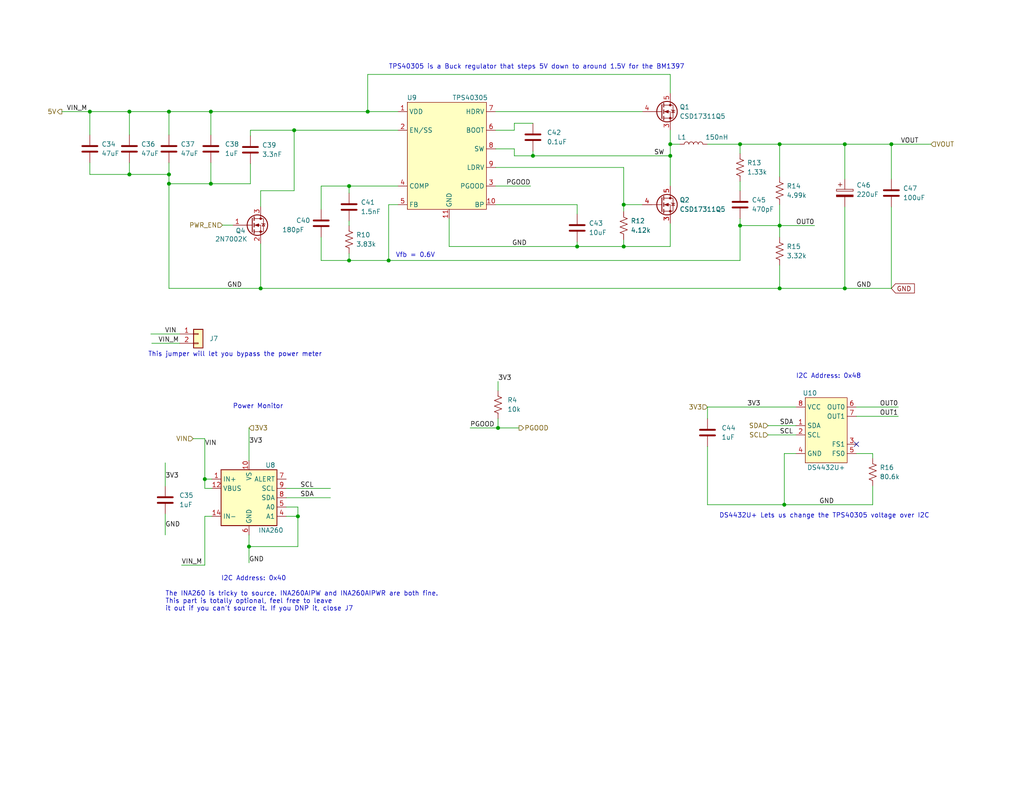
<source format=kicad_sch>
(kicad_sch (version 20230121) (generator eeschema)
  (paper "A")
  (title_block (title "BM1366 bitaxe") (date "2023-10-25") (rev "203"))
  (lib_symbols
    (symbol "Connector_Generic:Conn_01x02" (pin_names (offset 1.016) hide)
      (property "Reference" "J" (at 0 2.54 0))
      (property "Value" "Conn_01x02" (at 0 -5.08 0))
      (symbol "Conn_01x02_1_1"
        (rectangle (start -1.27 -2.413) (end 0 -2.667) (stroke (width 0.1524)))
        (rectangle (start -1.27 0.127) (end 0 -0.127) (stroke (width 0.1524)))
        (rectangle (start -1.27 1.27) (end 1.27 -3.81) (stroke (width 0.254)) (fill (type background)))
        (pin passive line (at -5.08 0 0) (length 3.81) (name "Pin_1") (number "1"))
        (pin passive line (at -5.08 -2.54 0) (length 3.81) (name "Pin_2") (number "2"))
      )
    )
    (symbol "Device:C" (pin_numbers hide) (pin_names (offset 0.254))
      (property "Reference" "C" (at 0.635 2.54 0))
      (property "Value" "C" (at 0.635 -2.54 0))
      (symbol "C_0_1"
        (polyline (pts (xy -2.032 -0.762) (xy 2.032 -0.762)) (stroke (width 0.508)))
        (polyline (pts (xy -2.032 0.762) (xy 2.032 0.762)) (stroke (width 0.508)))
      )
      (symbol "C_1_1"
        (pin passive line (at 0 3.81 270) (length 2.794) (name "~") (number "1"))
        (pin passive line (at 0 -3.81 90) (length 2.794) (name "~") (number "2"))
      )
    )
    (symbol "Device:C_Polarized" (pin_numbers hide) (pin_names (offset 0.254))
      (property "Reference" "C" (at 0.635 2.54 0))
      (property "Value" "C_Polarized" (at 0.635 -2.54 0))
      (symbol "C_Polarized_0_1"
        (rectangle (start -2.286 0.508) (end 2.286 1.016))
        (polyline (pts (xy -1.778 2.286) (xy -0.762 2.286)))
        (polyline (pts (xy -1.27 2.794) (xy -1.27 1.778)))
        (rectangle (start 2.286 -0.508) (end -2.286 -1.016) (fill (type outline)))
      )
      (symbol "C_Polarized_1_1"
        (pin passive line (at 0 3.81 270) (length 2.794) (name "~") (number "1"))
        (pin passive line (at 0 -3.81 90) (length 2.794) (name "~") (number "2"))
      )
    )
    (symbol "Device:L" (pin_numbers hide) (pin_names (offset 1.016) hide)
      (property "Reference" "L" (at -1.27 0 90))
      (property "Value" "L" (at 1.905 0 90))
      (symbol "L_0_1"
        (arc (start 0 -2.54) (mid 0.6323 -1.905) (end 0 -1.27))
        (arc (start 0 -1.27) (mid 0.6323 -0.635) (end 0 0))
        (arc (start 0 0) (mid 0.6323 0.635) (end 0 1.27))
        (arc (start 0 1.27) (mid 0.6323 1.905) (end 0 2.54))
      )
      (symbol "L_1_1"
        (pin passive line (at 0 3.81 270) (length 1.27) (name "1") (number "1"))
        (pin passive line (at 0 -3.81 90) (length 1.27) (name "2") (number "2"))
      )
    )
    (symbol "Device:R_US" (pin_numbers hide) (pin_names (offset 0))
      (property "Reference" "R" (at 2.54 0 90))
      (property "Value" "R_US" (at -2.54 0 90))
      (symbol "R_US_0_1"
        (polyline (pts (xy 0 -2.286) (xy 0 -2.54)))
        (polyline (pts (xy 0 2.286) (xy 0 2.54)))
        (polyline (pts (xy 0 -0.762) (xy 1.016 -1.143) (xy 0 -1.524) (xy -1.016 -1.905) (xy 0 -2.286)))
        (polyline (pts (xy 0 0.762) (xy 1.016 0.381) (xy 0 0) (xy -1.016 -0.381) (xy 0 -0.762)))
        (polyline (pts (xy 0 2.286) (xy 1.016 1.905) (xy 0 1.524) (xy -1.016 1.143) (xy 0 0.762)))
      )
      (symbol "R_US_1_1"
        (pin passive line (at 0 3.81 270) (length 1.27) (name "~") (number "1"))
        (pin passive line (at 0 -3.81 90) (length 1.27) (name "~") (number "2"))
      )
    )
    (symbol "Sensor:INA260"
      (property "Reference" "U" (at -6.35 8.89 0))
      (property "Value" "INA260" (at 2.54 8.89 0))
      (symbol "INA260_0_1"
        (rectangle (start -7.62 7.62) (end 7.62 -7.62) (stroke (width 0.254)) (fill (type background)))
      )
      (symbol "INA260_1_1"
        (pin passive line (at -10.16 5.08 0) (length 2.54) (name "IN+") (number "1"))
        (pin power_in line (at 0 10.16 270) (length 2.54) (name "VS") (number "10"))
        (pin passive line (at 0 -10.16 90) (length 2.54) hide (name "GND") (number "11"))
        (pin passive line (at -10.16 2.54 0) (length 2.54) (name "VBUS") (number "12"))
        (pin no_connect line (at 2.54 -7.62 90) (length 2.54) hide (name "NC") (number "13"))
        (pin passive line (at -10.16 -5.08 0) (length 2.54) (name "IN-") (number "14"))
        (pin passive line (at -10.16 -5.08 0) (length 2.54) hide (name "IN-") (number "15"))
        (pin passive line (at -10.16 -5.08 0) (length 2.54) hide (name "IN-") (number "16"))
        (pin passive line (at -10.16 5.08 0) (length 2.54) hide (name "IN+") (number "2"))
        (pin passive line (at -10.16 5.08 0) (length 2.54) hide (name "IN+") (number "3"))
        (pin input line (at 10.16 -5.08 180) (length 2.54) (name "A1") (number "4"))
        (pin input line (at 10.16 -2.54 180) (length 2.54) (name "A0") (number "5"))
        (pin power_in line (at 0 -10.16 90) (length 2.54) (name "GND") (number "6"))
        (pin open_collector line (at 10.16 5.08 180) (length 2.54) (name "ALERT") (number "7"))
        (pin bidirectional line (at 10.16 0 180) (length 2.54) (name "SDA") (number "8"))
        (pin input line (at 10.16 2.54 180) (length 2.54) (name "SCL") (number "9"))
      )
    )
    (symbol "Transistor_FET:2N7002K" (pin_names hide)
      (property "Reference" "Q" (at 5.08 1.905 0))
      (property "Value" "2N7002K" (at 5.08 0 0))
      (symbol "2N7002K_0_1"
        (polyline (pts (xy 0.254 0) (xy -2.54 0)))
        (polyline (pts (xy 0.254 1.905) (xy 0.254 -1.905)) (stroke (width 0.254)))
        (polyline (pts (xy 0.762 -1.27) (xy 0.762 -2.286)) (stroke (width 0.254)))
        (polyline (pts (xy 0.762 0.508) (xy 0.762 -0.508)) (stroke (width 0.254)))
        (polyline (pts (xy 0.762 2.286) (xy 0.762 1.27)) (stroke (width 0.254)))
        (polyline (pts (xy 2.54 2.54) (xy 2.54 1.778)))
        (polyline (pts (xy 2.54 -2.54) (xy 2.54 0) (xy 0.762 0)))
        (polyline (pts (xy 0.762 -1.778) (xy 3.302 -1.778) (xy 3.302 1.778) (xy 0.762 1.778)))
        (polyline (pts (xy 1.016 0) (xy 2.032 0.381) (xy 2.032 -0.381) (xy 1.016 0)) (fill (type outline)))
        (polyline (pts (xy 2.794 0.508) (xy 2.921 0.381) (xy 3.683 0.381) (xy 3.81 0.254)))
        (polyline (pts (xy 3.302 0.381) (xy 2.921 -0.254) (xy 3.683 -0.254) (xy 3.302 0.381)))
        (circle (center 1.651 0) (radius 2.794) (stroke (width 0.254)))
        (circle (center 2.54 -1.778) (radius 0.254) (fill (type outline)))
        (circle (center 2.54 1.778) (radius 0.254) (fill (type outline)))
      )
      (symbol "2N7002K_1_1"
        (pin input line (at -5.08 0 0) (length 2.54) (name "G") (number "1"))
        (pin passive line (at 2.54 -5.08 90) (length 2.54) (name "S") (number "2"))
        (pin passive line (at 2.54 5.08 270) (length 2.54) (name "D") (number "3"))
      )
    )
    (symbol "bitaxe:DS4432U+"
      (property "Reference" "U10" (at -5.08 10.16 0))
      (property "Value" "DS4432U+" (at -0.635 -10.16 0))
      (symbol "DS4432U+_0_1"
        (rectangle (start -6.35 8.89) (end 5.08 -8.89) (stroke (width 0.1524)) (fill (type background)))
      )
      (symbol "DS4432U+_1_1"
        (pin input line (at -8.89 1.27 0) (length 2.54) (name "SDA") (number "1"))
        (pin input line (at -8.89 -1.27 0) (length 2.54) (name "SCL") (number "2"))
        (pin input line (at 7.62 -3.81 180) (length 2.54) (name "FS1") (number "3"))
        (pin power_in line (at -8.89 -6.35 0) (length 2.54) (name "GND") (number "4"))
        (pin input line (at 7.62 -6.35 180) (length 2.54) (name "FS0") (number "5"))
        (pin output line (at 7.62 6.35 180) (length 2.54) (name "OUT0") (number "6"))
        (pin output line (at 7.62 3.81 180) (length 2.54) (name "OUT1") (number "7"))
        (pin power_in line (at -8.89 6.35 0) (length 2.54) (name "VCC") (number "8"))
      )
    )
    (symbol "bitaxe:Q_NMOS_CSD17311Q5_1" (pin_names (offset 0) hide)
      (property "Reference" "Q1" (at 5.08 1.27 0))
      (property "Value" "CSD17311Q5" (at 5.08 -1.27 0))
      (symbol "Q_NMOS_CSD17311Q5_1_0_1"
        (polyline (pts (xy 0.254 0) (xy -2.54 0)))
        (polyline (pts (xy 0.254 1.905) (xy 0.254 -1.905)) (stroke (width 0.254)))
        (polyline (pts (xy 0.762 -1.27) (xy 0.762 -2.286)) (stroke (width 0.254)))
        (polyline (pts (xy 0.762 0.508) (xy 0.762 -0.508)) (stroke (width 0.254)))
        (polyline (pts (xy 0.762 2.286) (xy 0.762 1.27)) (stroke (width 0.254)))
        (polyline (pts (xy 2.54 2.54) (xy 2.54 1.778)))
        (polyline (pts (xy 2.54 -2.54) (xy 2.54 0) (xy 0.762 0)))
        (polyline (pts (xy 0.762 -1.778) (xy 3.302 -1.778) (xy 3.302 1.778) (xy 0.762 1.778)))
        (polyline (pts (xy 1.016 0) (xy 2.032 0.381) (xy 2.032 -0.381) (xy 1.016 0)) (fill (type outline)))
        (polyline (pts (xy 2.794 0.508) (xy 2.921 0.381) (xy 3.683 0.381) (xy 3.81 0.254)))
        (polyline (pts (xy 3.302 0.381) (xy 2.921 -0.254) (xy 3.683 -0.254) (xy 3.302 0.381)))
        (circle (center 1.651 0) (radius 2.794) (stroke (width 0.254)))
        (circle (center 2.54 -1.778) (radius 0.254) (fill (type outline)))
        (circle (center 2.54 1.778) (radius 0.254) (fill (type outline)))
      )
      (symbol "Q_NMOS_CSD17311Q5_1_1_1"
        (pin passive line (at 2.54 -5.08 90) (length 2.54) hide (name "") (number "1"))
        (pin passive line (at 2.54 -5.08 90) (length 2.54) hide (name "") (number "2"))
        (pin passive line (at 2.54 -5.08 90) (length 2.54) (name "S") (number "3"))
        (pin input line (at -5.08 0 0) (length 2.54) (name "G") (number "4"))
        (pin passive line (at 2.54 5.08 270) (length 2.54) (name "D") (number "5"))
      )
    )
    (symbol "bitaxe:TPS40305"
      (property "Reference" "U9" (at -10.16 16.51 0))
      (property "Value" "TPS40305" (at 5.715 16.51 0))
      (symbol "TPS40305_0_1"
        (rectangle (start -11.43 15.24) (end 10.16 -13.97) (stroke (width 0.1524)) (fill (type background)))
      )
      (symbol "TPS40305_1_1"
        (pin input line (at -13.97 12.7 0) (length 2.54) (name "VDD") (number "1"))
        (pin input line (at 12.7 -12.7 180) (length 2.54) (name "BP") (number "10"))
        (pin input line (at 0 -16.51 90) (length 2.54) (name "GND") (number "11"))
        (pin input line (at -13.97 7.62 0) (length 2.54) (name "EN/SS") (number "2"))
        (pin input line (at 12.7 -7.62 180) (length 2.54) (name "PGOOD") (number "3"))
        (pin input line (at -13.97 -7.62 0) (length 2.54) (name "COMP") (number "4"))
        (pin input line (at -13.97 -12.7 0) (length 2.54) (name "FB") (number "5"))
        (pin input line (at 12.7 7.62 180) (length 2.54) (name "BOOT") (number "6"))
        (pin input line (at 12.7 12.7 180) (length 2.54) (name "HDRV") (number "7"))
        (pin input line (at 12.7 2.54 180) (length 2.54) (name "SW") (number "8"))
        (pin input line (at 12.7 -2.54 180) (length 2.54) (name "LDRV") (number "9"))
      )
    )
  )
  (junction (at 135.89 116.84))
  (junction (at 46.101 50.165))
  (junction (at 201.93 61.595))
  (junction (at 46.101 47.625))
  (junction (at 213.995 137.795))
  (junction (at 24.511 30.48))
  (junction (at 145.415 42.545))
  (junction (at 182.88 42.545))
  (junction (at 212.725 78.74))
  (junction (at 95.25 50.8))
  (junction (at 182.88 39.37))
  (junction (at 170.18 55.88))
  (junction (at 230.505 78.74))
  (junction (at 212.725 39.37))
  (junction (at 35.306 47.625))
  (junction (at 57.531 30.48))
  (junction (at 100.33 30.48))
  (junction (at 106.045 71.12))
  (junction (at 67.945 149.225))
  (junction (at 35.306 30.48))
  (junction (at 230.505 39.37))
  (junction (at 212.725 61.595))
  (junction (at 81.28 140.97))
  (junction (at 157.48 67.31))
  (junction (at 46.101 30.48))
  (junction (at 57.531 50.165))
  (junction (at 243.205 39.37))
  (junction (at 80.264 35.56))
  (junction (at 55.88 130.81))
  (junction (at 201.93 39.37))
  (junction (at 95.25 71.12))
  (junction (at 71.12 78.74))
  (junction (at 170.18 67.31))
  (no_connect (at 233.68 121.285))
  (wire (pts (xy 243.205 39.37) (xy 230.505 39.37)))
  (wire (pts (xy 193.04 111.125) (xy 217.17 111.125)))
  (wire (pts (xy 60.706 61.468) (xy 63.5 61.468)))
  (wire (pts (xy 157.48 66.04) (xy 157.48 67.31)))
  (wire (pts (xy 24.511 30.48) (xy 35.306 30.48)))
  (wire (pts (xy 108.585 50.8) (xy 95.25 50.8)))
  (wire (pts (xy 182.88 35.56) (xy 182.88 39.37)))
  (wire (pts (xy 243.205 48.895) (xy 243.205 39.37)))
  (wire (pts (xy 170.18 55.88) (xy 175.26 55.88)))
  (wire (pts (xy 157.48 55.88) (xy 157.48 58.42)))
  (wire (pts (xy 67.945 116.84) (xy 67.945 125.73)))
  (wire (pts (xy 95.25 60.325) (xy 95.25 61.595)))
  (wire (pts (xy 57.531 44.45) (xy 57.531 50.165)))
  (wire (pts (xy 212.725 55.88) (xy 212.725 61.595)))
  (wire (pts (xy 170.18 45.72) (xy 170.18 55.88)))
  (wire (pts (xy 55.88 130.81) (xy 55.88 119.761)))
  (wire (pts (xy 35.306 44.45) (xy 35.306 47.625)))
  (wire (pts (xy 170.18 67.31) (xy 170.18 65.405)))
  (wire (pts (xy 233.68 113.665) (xy 245.11 113.665)))
  (wire (pts (xy 68.326 44.704) (xy 68.326 50.165)))
  (wire (pts (xy 182.88 20.32) (xy 100.33 20.32)))
  (wire (pts (xy 193.04 114.3) (xy 193.04 111.125)))
  (wire (pts (xy 201.93 39.37) (xy 201.93 41.91)))
  (wire (pts (xy 57.785 133.35) (xy 55.88 133.35)))
  (wire (pts (xy 35.306 47.625) (xy 46.101 47.625)))
  (wire (pts (xy 243.205 39.37) (xy 254 39.37)))
  (wire (pts (xy 55.88 140.97) (xy 55.88 154.305)))
  (wire (pts (xy 80.264 35.56) (xy 68.326 35.56)))
  (wire (pts (xy 128.27 116.84) (xy 135.89 116.84)))
  (wire (pts (xy 87.63 71.12) (xy 87.63 64.77)))
  (wire (pts (xy 87.63 50.8) (xy 87.63 57.15)))
  (wire (pts (xy 49.53 154.305) (xy 55.88 154.305)))
  (wire (pts (xy 209.55 116.205) (xy 217.17 116.205)))
  (wire (pts (xy 46.101 50.165) (xy 57.531 50.165)))
  (wire (pts (xy 78.105 138.43) (xy 81.28 138.43)))
  (wire (pts (xy 122.555 67.31) (xy 157.48 67.31)))
  (wire (pts (xy 81.28 149.225) (xy 67.945 149.225)))
  (wire (pts (xy 80.264 52.07) (xy 80.264 35.56)))
  (wire (pts (xy 213.995 123.825) (xy 217.17 123.825)))
  (wire (pts (xy 46.101 78.74) (xy 71.12 78.74)))
  (wire (pts (xy 201.93 49.53) (xy 201.93 52.07)))
  (wire (pts (xy 57.785 130.81) (xy 55.88 130.81)))
  (wire (pts (xy 57.531 30.48) (xy 57.531 36.83)))
  (wire (pts (xy 95.25 69.215) (xy 95.25 71.12)))
  (wire (pts (xy 212.725 72.39) (xy 212.725 78.74)))
  (wire (pts (xy 41.402 93.726) (xy 49.022 93.726)))
  (wire (pts (xy 157.48 67.31) (xy 170.18 67.31)))
  (wire (pts (xy 238.125 132.715) (xy 238.125 137.795)))
  (wire (pts (xy 230.505 39.37) (xy 230.505 48.895)))
  (wire (pts (xy 212.725 61.595) (xy 212.725 64.77)))
  (wire (pts (xy 140.335 40.64) (xy 140.335 42.545)))
  (wire (pts (xy 71.12 52.07) (xy 80.264 52.07)))
  (wire (pts (xy 182.88 60.96) (xy 182.88 67.31)))
  (wire (pts (xy 81.28 138.43) (xy 81.28 140.97)))
  (wire (pts (xy 135.255 45.72) (xy 170.18 45.72)))
  (wire (pts (xy 135.255 40.64) (xy 140.335 40.64)))
  (wire (pts (xy 24.511 47.625) (xy 35.306 47.625)))
  (wire (pts (xy 233.68 111.125) (xy 245.11 111.125)))
  (wire (pts (xy 24.511 36.83) (xy 24.511 30.48)))
  (wire (pts (xy 230.505 56.515) (xy 230.505 78.74)))
  (wire (pts (xy 46.101 30.48) (xy 46.101 36.83)))
  (wire (pts (xy 35.306 30.48) (xy 46.101 30.48)))
  (wire (pts (xy 213.995 137.795) (xy 213.995 123.825)))
  (wire (pts (xy 45.085 140.335) (xy 45.085 146.05)))
  (wire (pts (xy 140.335 42.545) (xy 145.415 42.545)))
  (wire (pts (xy 230.505 39.37) (xy 212.725 39.37)))
  (wire (pts (xy 100.33 20.32) (xy 100.33 30.48)))
  (wire (pts (xy 182.88 67.31) (xy 170.18 67.31)))
  (wire (pts (xy 67.945 149.225) (xy 67.945 153.67)))
  (wire (pts (xy 233.68 123.825) (xy 238.125 123.825)))
  (wire (pts (xy 135.89 116.84) (xy 141.605 116.84)))
  (wire (pts (xy 170.18 55.88) (xy 170.18 57.785)))
  (wire (pts (xy 182.88 42.545) (xy 182.88 50.8)))
  (wire (pts (xy 95.25 71.12) (xy 87.63 71.12)))
  (wire (pts (xy 46.101 30.48) (xy 57.531 30.48)))
  (wire (pts (xy 230.505 78.74) (xy 243.205 78.74)))
  (wire (pts (xy 193.04 137.795) (xy 213.995 137.795)))
  (wire (pts (xy 78.105 140.97) (xy 81.28 140.97)))
  (wire (pts (xy 67.945 146.05) (xy 67.945 149.225)))
  (wire (pts (xy 135.255 50.8) (xy 144.78 50.8)))
  (wire (pts (xy 106.045 71.12) (xy 95.25 71.12)))
  (wire (pts (xy 35.306 30.48) (xy 35.306 36.83)))
  (wire (pts (xy 135.89 114.3) (xy 135.89 116.84)))
  (wire (pts (xy 71.12 66.548) (xy 71.12 78.74)))
  (wire (pts (xy 46.101 47.625) (xy 46.101 50.165)))
  (wire (pts (xy 145.415 42.545) (xy 182.88 42.545)))
  (wire (pts (xy 182.88 25.4) (xy 182.88 20.32)))
  (wire (pts (xy 46.101 50.165) (xy 46.101 78.74)))
  (wire (pts (xy 24.511 44.45) (xy 24.511 47.625)))
  (wire (pts (xy 46.101 44.45) (xy 46.101 47.625)))
  (wire (pts (xy 122.555 59.69) (xy 122.555 67.31)))
  (wire (pts (xy 212.725 61.595) (xy 222.25 61.595)))
  (wire (pts (xy 212.725 78.74) (xy 230.505 78.74)))
  (wire (pts (xy 193.04 39.37) (xy 201.93 39.37)))
  (wire (pts (xy 209.55 118.745) (xy 217.17 118.745)))
  (wire (pts (xy 108.585 55.88) (xy 106.045 55.88)))
  (wire (pts (xy 108.585 35.56) (xy 80.264 35.56)))
  (wire (pts (xy 57.785 140.97) (xy 55.88 140.97)))
  (wire (pts (xy 201.93 39.37) (xy 212.725 39.37)))
  (wire (pts (xy 135.255 55.88) (xy 157.48 55.88)))
  (wire (pts (xy 140.335 35.56) (xy 140.335 33.655)))
  (wire (pts (xy 201.93 59.69) (xy 201.93 61.595)))
  (wire (pts (xy 41.148 91.186) (xy 49.022 91.186)))
  (wire (pts (xy 243.205 56.515) (xy 243.205 78.74)))
  (wire (pts (xy 201.93 71.12) (xy 106.045 71.12)))
  (wire (pts (xy 71.12 52.07) (xy 71.12 56.388)))
  (wire (pts (xy 95.25 50.8) (xy 87.63 50.8)))
  (wire (pts (xy 57.531 30.48) (xy 100.33 30.48)))
  (wire (pts (xy 140.335 33.655) (xy 145.415 33.655)))
  (wire (pts (xy 145.415 41.275) (xy 145.415 42.545)))
  (wire (pts (xy 45.085 126.365) (xy 45.085 132.715)))
  (wire (pts (xy 135.255 30.48) (xy 175.26 30.48)))
  (wire (pts (xy 55.88 133.35) (xy 55.88 130.81)))
  (wire (pts (xy 100.33 30.48) (xy 108.585 30.48)))
  (wire (pts (xy 68.326 35.56) (xy 68.326 37.084)))
  (wire (pts (xy 212.725 39.37) (xy 212.725 48.26)))
  (wire (pts (xy 182.88 39.37) (xy 185.42 39.37)))
  (wire (pts (xy 135.89 104.14) (xy 135.89 106.68)))
  (wire (pts (xy 238.125 123.825) (xy 238.125 125.095)))
  (wire (pts (xy 201.93 61.595) (xy 201.93 71.12)))
  (wire (pts (xy 135.255 35.56) (xy 140.335 35.56)))
  (wire (pts (xy 78.105 133.35) (xy 90.17 133.35)))
  (wire (pts (xy 81.28 140.97) (xy 81.28 149.225)))
  (wire (pts (xy 106.045 55.88) (xy 106.045 71.12)))
  (wire (pts (xy 182.88 39.37) (xy 182.88 42.545)))
  (wire (pts (xy 238.125 137.795) (xy 213.995 137.795)))
  (wire (pts (xy 193.04 121.92) (xy 193.04 137.795)))
  (wire (pts (xy 52.705 119.761) (xy 55.88 119.761)))
  (wire (pts (xy 16.891 30.48) (xy 24.511 30.48)))
  (wire (pts (xy 78.105 135.89) (xy 90.17 135.89)))
  (wire (pts (xy 57.531 50.165) (xy 68.326 50.165)))
  (wire (pts (xy 201.93 61.595) (xy 212.725 61.595)))
  (wire (pts (xy 71.12 78.74) (xy 212.725 78.74)))
  (wire (pts (xy 95.25 50.8) (xy 95.25 52.705)))
  (text "DS4432U+ Lets us change the TPS40305 voltage over I2C" (at 196.215 141.605 0) (effects (font (size 1.27 1.27)) (justify left bottom)))
  (text "I2C Address: 0x48" (at 217.17 103.505 0) (effects (font (size 1.27 1.27)) (justify left bottom)))
  (text "The INA260 is tricky to source. INA260AIPW and INA260AIPWR are both fine.\nThis part is totally optional, feel free to leave \nit out if you can't source it. If you DNP it, close J7" (at 45.085 167.005 0) (effects (font (size 1.27 1.27)) (justify left bottom)))
  (text "Power Monitor" (at 63.5 111.76 0) (effects (font (size 1.27 1.27)) (justify left bottom)))
  (text "TPS40305 is a Buck regulator that steps 5V down to around 1.5V for the BM1397" (at 106.045 19.05 0) (effects (font (size 1.27 1.27)) (justify left bottom)))
  (text "I2C Address: 0x40" (at 60.325 158.75 0) (effects (font (size 1.27 1.27)) (justify left bottom)))
  (text "Vfb = 0.6V" (at 107.95 70.485 0) (effects (font (size 1.27 1.27)) (justify left bottom)))
  (text "This jumper will let you bypass the power meter" (at 40.386 97.536 0) (effects (font (size 1.27 1.27)) (justify left bottom)))
  (label "3V3" (at 203.835 111.125 0))
  (label "SDA" (at 212.725 116.205 0))
  (label "VIN_M" (at 18.161 30.48 0))
  (label "GND" (at 233.68 78.74 0))
  (label "VIN_M" (at 49.53 154.305 0))
  (label "GND" (at 61.976 78.74 0))
  (label "VIN" (at 44.958 91.186 0))
  (label "GND" (at 67.945 153.67 0))
  (label "3V3" (at 67.945 121.285 0))
  (label "PGOOD" (at 144.78 50.8 180))
  (label "GND" (at 45.085 144.145 0))
  (label "SCL" (at 81.915 133.35 0))
  (label "VOUT" (at 245.745 39.37 0))
  (label "3V3" (at 45.085 130.81 0))
  (label "OUT1" (at 240.03 113.665 0))
  (label "SCL" (at 212.725 118.745 0))
  (label "SDA" (at 81.915 135.89 0))
  (label "OUT0" (at 217.17 61.595 0))
  (label "OUT0" (at 240.03 111.125 0))
  (label "GND" (at 223.52 137.795 0))
  (label "VIN_M" (at 43.18 93.726 0))
  (label "3V3" (at 135.89 104.14 0))
  (label "PGOOD" (at 128.27 116.84 0))
  (label "SW" (at 178.435 42.545 0))
  (label "GND" (at 139.7 67.31 0))
  (label "VIN" (at 55.88 121.92 0))
  (global_label "GND" (shape input) (at 243.205 78.74 0) (property "Intersheetrefs" "${INTERSHEET_REFS}" (effects hide)))
  (hierarchical_label "SDA" (shape input) (at 209.55 116.205 180))
  (hierarchical_label "5V" (shape output) (at 16.891 30.48 180))
  (hierarchical_label "SCL" (shape input) (at 209.55 118.745 180))
  (hierarchical_label "3V3" (shape input) (at 67.945 116.84 0))
  (hierarchical_label "VOUT" (shape input) (at 254 39.37 0))
  (hierarchical_label "VIN" (shape input) (at 52.705 119.761 180))
  (hierarchical_label "PWR_EN" (shape input) (at 60.706 61.468 180))
  (hierarchical_label "3V3" (shape input) (at 193.04 111.125 180))
  (hierarchical_label "PGOOD" (shape output) (at 141.605 116.84 0))
  (symbol (lib_id "Device:C") (at 157.48 62.23 0) (unit 1)
    (property "Reference" "C43" (at 160.655 60.9599 0) (effects (justify left)))
    (property "Value" "10uF" (at 160.655 63.4999 0) (effects (justify left)))
    (property "Footprint" "Capacitor_SMD:C_0805_2012Metric" (effects hide))
    (property "DK" "1276-1096-1-ND" (effects hide))
    (property "PARTNO" "CL21A106KOQNNNE" (effects hide))
  )
  (symbol (lib_id "Device:R_US") (at 212.725 52.07 0) (unit 1)
    (property "Reference" "R14" (at 214.63 50.7999 0) (effects (justify left)))
    (property "Value" "4.99k" (at 214.63 53.3399 0) (effects (justify left)))
    (property "Footprint" "Resistor_SMD:R_0402_1005Metric" (effects hide))
    (property "DK" "311-4.99KLRCT-ND" (effects hide))
    (property "PARTNO" "RC0402FR-074K99L" (effects hide))
  )
  (symbol (lib_id "Device:C") (at 46.101 40.64 0) (unit 1)
    (property "Reference" "C37" (at 49.276 39.3699 0) (effects (justify left)))
    (property "Value" "47uF" (at 49.276 41.9099 0) (effects (justify left)))
    (property "Footprint" "Capacitor_SMD:C_1210_3225Metric" (effects hide))
    (property "DK" "490-6539-1-ND" (effects hide))
    (property "PARTNO" "GRM32ER61C476KE15L" (effects hide))
  )
  (symbol (lib_id "Device:C_Polarized") (at 230.505 52.705 0) (unit 1)
    (property "Reference" "C46" (at 233.68 50.5459 0) (effects (justify left)))
    (property "Value" "220uF" (at 233.68 53.0859 0) (effects (justify left)))
    (property "Footprint" "bitaxe:CAP_2R5TPE220MAFB" (effects hide))
    (property "PARTNO" "2R5TPE220MAFB" (effects hide))
    (property "DK" "P16200CT-ND" (effects hide))
  )
  (symbol (lib_id "bitaxe:TPS40305") (at 122.555 43.18 0) (unit 1)
    (property "Reference" "U9" (at 112.395 26.67 0))
    (property "Value" "TPS40305" (at 128.27 26.67 0))
    (property "Footprint" "TPS40305_supply:TPS40305" (effects hide))
    (property "Datasheet" "https://www.ti.com/lit/ds/symlink/tps40303.pdf" (effects hide))
    (property "DK" "296-37445-1-ND" (effects hide))
    (property "PARTNO" "TPS40305DRCR" (effects hide))
  )
  (symbol (lib_id "Sensor:INA260") (at 67.945 135.89 0) (unit 1)
    (property "Reference" "U8" (at 72.39 127 0) (effects (justify left)))
    (property "Value" "INA260" (at 70.485 144.78 0) (effects (justify left)))
    (property "Footprint" "Package_SO:TSSOP-16_4.4x5mm_P0.65mm" (effects hide))
    (property "Datasheet" "http://www.ti.com/lit/ds/symlink/ina260.pdf" (effects hide))
    (property "PARTNO" "INA260AIPW" (effects hide))
    (property "DK" "296-45218-5-ND" (effects hide))
  )
  (symbol (lib_id "Device:C") (at 24.511 40.64 0) (unit 1)
    (property "Reference" "C34" (at 27.686 39.3699 0) (effects (justify left)))
    (property "Value" "47uF" (at 27.686 41.9099 0) (effects (justify left)))
    (property "Footprint" "Capacitor_SMD:C_1210_3225Metric" (effects hide))
    (property "DK" "490-6539-1-ND" (effects hide))
    (property "PARTNO" "GRM32ER61C476KE15L" (effects hide))
  )
  (symbol (lib_id "bitaxe:Q_NMOS_CSD17311Q5_1") (at 180.34 55.88 0) (unit 1)
    (property "Reference" "Q2" (at 185.42 54.61 0) (effects (justify left)))
    (property "Value" "CSD17311Q5" (at 185.42 57.15 0) (effects (justify left)))
    (property "Footprint" "TPS40305_supply:CSD17311Q5" (effects hide))
    (property "Datasheet" "https://www.ti.com/lit/ds/symlink/csd17311q5.pdf" (effects hide))
    (property "DK" "296-27625-1-ND" (effects hide))
    (property "PARTNO" "CSD17311Q5" (effects hide))
  )
  (symbol (lib_id "Device:C") (at 68.326 40.894 0) (unit 1)
    (property "Reference" "C39" (at 71.501 39.6239 0) (effects (justify left)))
    (property "Value" "3.3nF" (at 71.501 42.1639 0) (effects (justify left)))
    (property "Footprint" "Capacitor_SMD:C_0402_1005Metric" (effects hide))
    (property "DK" "1276-1552-1-ND" (effects hide))
    (property "PARTNO" "CL05B332KB5NNNC" (effects hide))
  )
  (symbol (lib_id "Device:C") (at 35.306 40.64 0) (unit 1)
    (property "Reference" "C36" (at 38.481 39.3699 0) (effects (justify left)))
    (property "Value" "47uF" (at 38.481 41.9099 0) (effects (justify left)))
    (property "Footprint" "Capacitor_SMD:C_1210_3225Metric" (effects hide))
    (property "DK" "490-6539-1-ND" (effects hide))
    (property "PARTNO" "GRM32ER61C476KE15L" (effects hide))
  )
  (symbol (lib_id "Device:C") (at 57.531 40.64 0) (unit 1)
    (property "Reference" "C38" (at 61.341 39.3699 0) (effects (justify left)))
    (property "Value" "1uF" (at 61.341 41.9099 0) (effects (justify left)))
    (property "Footprint" "Capacitor_SMD:C_0805_2012Metric" (effects hide))
    (property "DK" "1276-6471-1-ND" (effects hide))
    (property "PARTNO" "CL21B105KOFNNNG" (effects hide))
  )
  (symbol (lib_id "bitaxe:DS4432U+") (at 226.06 117.475 0) (unit 1)
    (property "Reference" "U10" (at 220.98 107.315 0))
    (property "Value" "DS4432U+" (at 225.425 127.635 0))
    (property "Footprint" "Package_SO:TSSOP-8_3x3mm_P0.65mm" (effects hide))
    (property "Datasheet" "https://datasheets.maximintegrated.com/en/ds/DS4432.pdf" (effects hide))
    (property "DK" "DS4432U+-ND" (effects hide))
    (property "PARTNO" "DS4432U+" (effects hide))
  )
  (symbol (lib_id "Device:C") (at 243.205 52.705 0) (unit 1)
    (property "Reference" "C47" (at 246.38 51.4349 0) (effects (justify left)))
    (property "Value" "100uF" (at 246.38 53.9749 0) (effects (justify left)))
    (property "Footprint" "Capacitor_SMD:C_1206_3216Metric" (effects hide))
    (property "PARTNO" "C3216X5R0J107M160AB" (effects hide))
    (property "DK" "445-6008-1-ND" (effects hide))
  )
  (symbol (lib_id "Device:C") (at 95.25 56.515 0) (unit 1)
    (property "Reference" "C41" (at 98.425 55.2449 0) (effects (justify left)))
    (property "Value" "1.5nF" (at 98.425 57.7849 0) (effects (justify left)))
    (property "Footprint" "Capacitor_SMD:C_0805_2012Metric" (effects hide))
    (property "DK" "311-1128-1-ND" (effects hide))
    (property "PARTNO" "CC0805KRX7R9BB152" (effects hide))
  )
  (symbol (lib_id "Device:R_US") (at 212.725 68.58 0) (unit 1)
    (property "Reference" "R15" (at 214.63 67.3099 0) (effects (justify left)))
    (property "Value" "3.32k" (at 214.63 69.8499 0) (effects (justify left)))
    (property "Footprint" "Resistor_SMD:R_0402_1005Metric" (effects hide))
    (property "DK" "311-3.32KLRCT-ND" (effects hide))
    (property "PARTNO" "RC0402FR-073K32L" (effects hide))
  )
  (symbol (lib_id "Device:C") (at 145.415 37.465 0) (unit 1)
    (property "Reference" "C42" (at 149.225 36.1949 0) (effects (justify left)))
    (property "Value" "0.1uF" (at 149.225 38.7349 0) (effects (justify left)))
    (property "Footprint" "Capacitor_SMD:C_0402_1005Metric" (effects hide))
    (property "DK" "1292-1639-1-ND" (effects hide))
    (property "PARTNO" "0402X104K100CT" (effects hide))
  )
  (symbol (lib_id "Transistor_FET:2N7002K") (at 68.58 61.468 0) (unit 1)
    (property "Reference" "Q4" (at 64.262 62.992 0) (effects (justify left)))
    (property "Value" "2N7002K" (at 58.674 65.278 0) (effects (justify left)))
    (property "Footprint" "Package_TO_SOT_SMD:SOT-23" (effects hide))
    (property "Datasheet" "https://www.diodes.com/assets/Datasheets/ds30896.pdf" (effects hide))
    (property "DK" "2N7002KWCT-ND" (effects hide))
    (property "PARTNO" "2N7002KW" (effects hide))
  )
  (symbol (lib_id "Connector_Generic:Conn_01x02") (at 54.102 91.186 0) (unit 1) (in_bom no)
    (property "Reference" "J7" (at 57.15 92.4559 0) (effects (justify left)))
    (property "Value" "Conn_01x02" (effects hide))
    (property "Footprint" "Connector_PinHeader_2.54mm:PinHeader_1x02_P2.54mm_Vertical" (effects hide))
  )
  (symbol (lib_id "Device:R_US") (at 238.125 128.905 0) (unit 1)
    (property "Reference" "R16" (at 240.03 127.635 0) (effects (justify left)))
    (property "Value" "80.6k" (at 240.03 130.175 0) (effects (justify left)))
    (property "Footprint" "Resistor_SMD:R_0402_1005Metric" (effects hide))
    (property "DK" "311-80.6KLRCT-ND" (effects hide))
    (property "PARTNO" "RC0402FR-0780K6L" (effects hide))
  )
  (symbol (lib_id "Device:C") (at 193.04 118.11 0) (unit 1)
    (property "Reference" "C44" (at 196.85 116.8399 0) (effects (justify left)))
    (property "Value" "1uF" (at 196.85 119.3799 0) (effects (justify left)))
    (property "Footprint" "Capacitor_SMD:C_0402_1005Metric" (effects hide))
    (property "DK" "587-5514-1-ND" (effects hide))
    (property "PARTNO" "EMK105BJ105MV-F" (effects hide))
  )
  (symbol (lib_id "Device:R_US") (at 201.93 45.72 0) (unit 1)
    (property "Reference" "R13" (at 203.835 44.4499 0) (effects (justify left)))
    (property "Value" "1.33k" (at 203.835 46.9899 0) (effects (justify left)))
    (property "Footprint" "Resistor_SMD:R_0402_1005Metric" (effects hide))
    (property "DK" "311-1.33KLRCT-ND" (effects hide))
    (property "PARTNO" "RC0402FR-071K33L" (effects hide))
  )
  (symbol (lib_id "Device:R_US") (at 95.25 65.405 0) (unit 1)
    (property "Reference" "R10" (at 97.155 64.1349 0) (effects (justify left)))
    (property "Value" "3.83k" (at 97.155 66.6749 0) (effects (justify left)))
    (property "Footprint" "Resistor_SMD:R_0402_1005Metric" (effects hide))
    (property "DK" "311-3.83KLRCT-ND" (effects hide))
    (property "PARTNO" "RC0402FR-073K83L" (effects hide))
  )
  (symbol (lib_id "bitaxe:Q_NMOS_CSD17311Q5_1") (at 180.34 30.48 0) (unit 1)
    (property "Reference" "Q1" (at 185.42 29.21 0) (effects (justify left)))
    (property "Value" "CSD17311Q5" (at 185.42 31.75 0) (effects (justify left)))
    (property "Footprint" "TPS40305_supply:CSD17311Q5" (effects hide))
    (property "Datasheet" "https://www.ti.com/lit/ds/symlink/csd17311q5.pdf" (effects hide))
    (property "DK" "296-27625-1-ND" (effects hide))
    (property "PARTNO" "CSD17311Q5" (effects hide))
  )
  (symbol (lib_id "Device:C") (at 201.93 55.88 0) (unit 1)
    (property "Reference" "C45" (at 205.105 54.6099 0) (effects (justify left)))
    (property "Value" "470pF" (at 205.105 57.1499 0) (effects (justify left)))
    (property "Footprint" "Capacitor_SMD:C_0805_2012Metric" (effects hide))
    (property "DK" "1292-1580-1-ND" (effects hide))
    (property "PARTNO" "0805B471K500CT" (effects hide))
  )
  (symbol (lib_id "Device:L") (at 189.23 39.37 90) (unit 1)
    (property "Reference" "L1" (at 186.055 37.465 90))
    (property "Value" "150nH" (at 195.58 37.465 90))
    (property "Footprint" "bitaxe:FP1005R1-R15-R" (effects hide))
    (property "PARTNO" "FP1005R1-R15-R" (effects hide))
    (property "DK" "513-1568-1-ND" (effects hide))
  )
  (symbol (lib_id "Device:R_US") (at 170.18 61.595 0) (unit 1)
    (property "Reference" "R12" (at 172.085 60.3249 0) (effects (justify left)))
    (property "Value" "4.12k" (at 172.085 62.8649 0) (effects (justify left)))
    (property "Footprint" "Resistor_SMD:R_0402_1005Metric" (effects hide))
    (property "DK" "RMCF0402FT4K12CT-ND" (effects hide))
    (property "PARTNO" "RMCF0402FT4K12" (effects hide))
  )
  (symbol (lib_id "Device:C") (at 45.085 136.525 0) (unit 1)
    (property "Reference" "C35" (at 48.895 135.2549 0) (effects (justify left)))
    (property "Value" "1uF" (at 48.895 137.7949 0) (effects (justify left)))
    (property "Footprint" "Capacitor_SMD:C_0402_1005Metric" (effects hide))
    (property "DK" "587-5514-1-ND" (effects hide))
    (property "PARTNO" "EMK105BJ105MV-F" (effects hide))
  )
  (symbol (lib_id "Device:C") (at 87.63 60.96 0) (unit 1)
    (property "Reference" "C40" (at 80.772 60.198 0) (effects (justify left)))
    (property "Value" "180pF" (at 76.962 62.738 0) (effects (justify left)))
    (property "Footprint" "Capacitor_SMD:C_0805_2012Metric" (effects hide))
    (property "DK" "311-1114-1-ND" (effects hide))
    (property "PARTNO" "CC0805JRNPO9BN181" (effects hide))
  )
  (symbol (lib_id "Device:R_US") (at 135.89 110.49 0) (unit 1)
    (property "Reference" "R4" (at 138.43 109.2199 0) (effects (justify left)))
    (property "Value" "10k" (at 138.43 111.7599 0) (effects (justify left)))
    (property "Footprint" "Resistor_SMD:R_0402_1005Metric" (effects hide))
    (property "DK" "311-10KJRCT-ND" (effects hide))
    (property "PARTNO" "RC0402JR-0710KL" (effects hide))
  )
)
</source>
